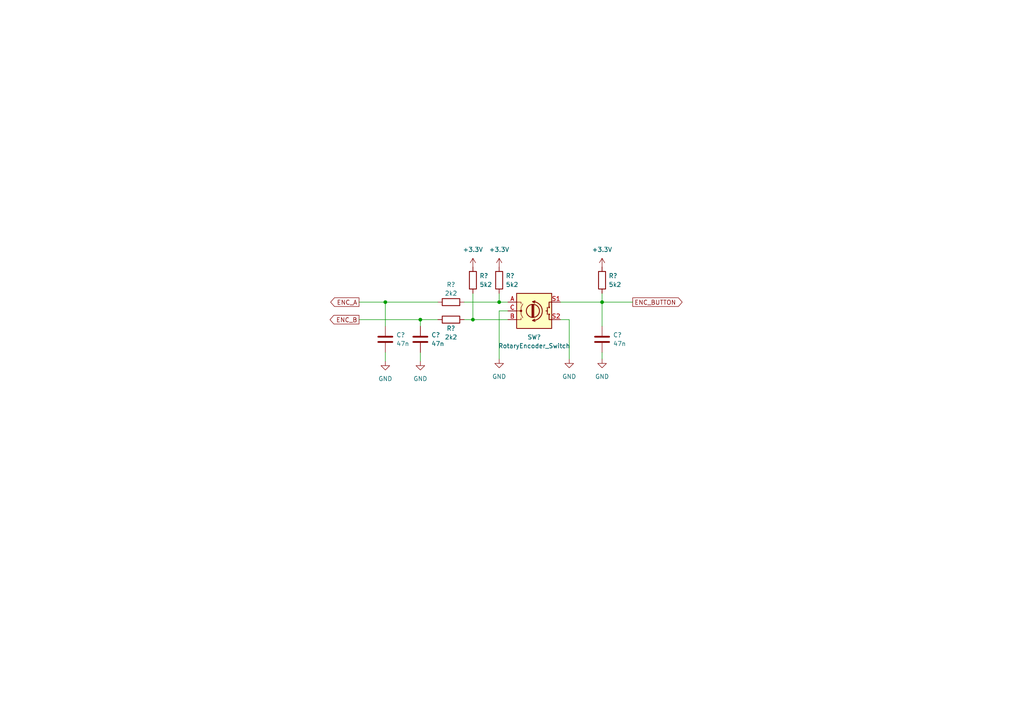
<source format=kicad_sch>
(kicad_sch (version 20211123) (generator eeschema)
  (paper "A4")
  (lib_symbols
    (symbol "Device:C" (pin_numbers hide) (pin_names (offset 0.254))
      (property "Reference" "C" (at 0.635 2.54 0))
      (property "Value" "C" (at 0.635 -2.54 0))
      (symbol "C_0_1"
        (polyline (pts (xy -2.032 -0.762) (xy 2.032 -0.762)) (stroke (width 0.508)))
        (polyline (pts (xy -2.032 0.762) (xy 2.032 0.762)) (stroke (width 0.508)))
      )
      (symbol "C_1_1"
        (pin passive line (at 0 3.81 270) (length 2.794) (name "~") (number "1"))
        (pin passive line (at 0 -3.81 90) (length 2.794) (name "~") (number "2"))
      )
    )
    (symbol "Device:R" (pin_numbers hide) (pin_names (offset 0))
      (property "Reference" "R" (at 2.032 0 90))
      (property "Value" "R" (at 0 0 90))
      (symbol "R_0_1"
        (rectangle (start -1.016 -2.54) (end 1.016 2.54) (stroke (width 0.254)))
      )
      (symbol "R_1_1"
        (pin passive line (at 0 3.81 270) (length 1.27) (name "~") (number "1"))
        (pin passive line (at 0 -3.81 90) (length 1.27) (name "~") (number "2"))
      )
    )
    (symbol "Device:RotaryEncoder_Switch" (pin_names (offset 0.254) hide)
      (property "Reference" "SW" (at 0 6.604 0))
      (property "Value" "RotaryEncoder_Switch" (at 0 -6.604 0))
      (symbol "RotaryEncoder_Switch_0_1"
        (rectangle (start -5.08 5.08) (end 5.08 -5.08) (stroke (width 0.254)) (fill (type background)))
        (circle (center -3.81 0) (radius 0.254) (fill (type outline)))
        (arc (start -0.381 -2.794) (mid 2.3622 -0.0508) (end -0.381 2.667) (stroke (width 0.254)))
        (circle (center -0.381 0) (radius 1.905) (stroke (width 0.254)))
        (polyline (pts (xy -0.635 -1.778) (xy -0.635 1.778)) (stroke (width 0.254)))
        (polyline (pts (xy -0.381 -1.778) (xy -0.381 1.778)) (stroke (width 0.254)))
        (polyline (pts (xy -0.127 1.778) (xy -0.127 -1.778)) (stroke (width 0.254)))
        (polyline (pts (xy 3.81 0) (xy 3.429 0)) (stroke (width 0.254)))
        (polyline (pts (xy 3.81 1.016) (xy 3.81 -1.016)) (stroke (width 0.254)))
        (polyline (pts (xy -5.08 -2.54) (xy -3.81 -2.54) (xy -3.81 -2.032)))
        (polyline (pts (xy -5.08 2.54) (xy -3.81 2.54) (xy -3.81 2.032)))
        (polyline (pts (xy 0.254 -3.048) (xy -0.508 -2.794) (xy 0.127 -2.413)) (stroke (width 0.254)))
        (polyline (pts (xy 0.254 2.921) (xy -0.508 2.667) (xy 0.127 2.286)) (stroke (width 0.254)))
        (polyline (pts (xy 5.08 -2.54) (xy 4.318 -2.54) (xy 4.318 -1.016)) (stroke (width 0.254)))
        (polyline (pts (xy 5.08 2.54) (xy 4.318 2.54) (xy 4.318 1.016)) (stroke (width 0.254)))
        (polyline (pts (xy -5.08 0) (xy -3.81 0) (xy -3.81 -1.016) (xy -3.302 -2.032)))
        (polyline (pts (xy -4.318 0) (xy -3.81 0) (xy -3.81 1.016) (xy -3.302 2.032)))
        (circle (center 4.318 -1.016) (radius 0.127) (stroke (width 0.254)))
        (circle (center 4.318 1.016) (radius 0.127) (stroke (width 0.254)))
      )
      (symbol "RotaryEncoder_Switch_1_1"
        (pin passive line (at -7.62 2.54 0) (length 2.54) (name "A") (number "A"))
        (pin passive line (at -7.62 -2.54 0) (length 2.54) (name "B") (number "B"))
        (pin passive line (at -7.62 0 0) (length 2.54) (name "C") (number "C"))
        (pin passive line (at 7.62 2.54 180) (length 2.54) (name "S1") (number "S1"))
        (pin passive line (at 7.62 -2.54 180) (length 2.54) (name "S2") (number "S2"))
      )
    )
    (symbol "power:+3.3V" (power) (pin_names (offset 0))
      (property "Value" "+3.3V" (at 0 3.556 0))
      (symbol "+3.3V_0_1"
        (polyline (pts (xy -0.762 1.27) (xy 0 2.54)))
        (polyline (pts (xy 0 0) (xy 0 2.54)))
        (polyline (pts (xy 0 2.54) (xy 0.762 1.27)))
      )
      (symbol "+3.3V_1_1"
        (pin power_in line (at 0 0 90) (length 0) hide (name "+3.3V") (number "1"))
      )
    )
    (symbol "power:GND" (power) (pin_names (offset 0))
      (property "Value" "GND" (at 0 -3.81 0))
      (symbol "GND_0_1"
        (polyline (pts (xy 0 0) (xy 0 -1.27) (xy 1.27 -1.27) (xy 0 -2.54) (xy -1.27 -1.27) (xy 0 -1.27)))
      )
      (symbol "GND_1_1"
        (pin power_in line (at 0 0 270) (length 0) hide (name "GND") (number "1"))
      )
    )
  )
  (junction (at 121.92 92.71))
  (junction (at 144.78 87.63))
  (junction (at 111.76 87.63))
  (junction (at 137.16 92.71))
  (junction (at 174.625 87.63))
  (wire (pts (xy 104.14 87.63) (xy 111.76 87.63)))
  (wire (pts (xy 162.56 92.71) (xy 165.1 92.71)))
  (wire (pts (xy 147.32 87.63) (xy 144.78 87.63)))
  (wire (pts (xy 144.78 104.14) (xy 144.78 90.17)))
  (wire (pts (xy 147.32 92.71) (xy 137.16 92.71)))
  (wire (pts (xy 174.625 85.09) (xy 174.625 87.63)))
  (wire (pts (xy 121.92 102.235) (xy 121.92 104.775)))
  (wire (pts (xy 165.1 92.71) (xy 165.1 104.14)))
  (wire (pts (xy 111.76 94.615) (xy 111.76 87.63)))
  (wire (pts (xy 144.78 90.17) (xy 147.32 90.17)))
  (wire (pts (xy 121.92 92.71) (xy 127 92.71)))
  (wire (pts (xy 134.62 92.71) (xy 137.16 92.71)))
  (wire (pts (xy 111.76 87.63) (xy 127 87.63)))
  (wire (pts (xy 121.92 94.615) (xy 121.92 92.71)))
  (wire (pts (xy 137.16 85.09) (xy 137.16 92.71)))
  (wire (pts (xy 111.76 102.235) (xy 111.76 104.775)))
  (wire (pts (xy 174.625 87.63) (xy 183.515 87.63)))
  (wire (pts (xy 174.625 87.63) (xy 174.625 94.615)))
  (wire (pts (xy 174.625 102.235) (xy 174.625 104.14)))
  (wire (pts (xy 144.78 87.63) (xy 144.78 85.09)))
  (wire (pts (xy 104.14 92.71) (xy 121.92 92.71)))
  (wire (pts (xy 162.56 87.63) (xy 174.625 87.63)))
  (wire (pts (xy 134.62 87.63) (xy 144.78 87.63)))
  (global_label "ENC_B" (shape output) (at 104.14 92.71 180) (property "Intersheet References" "${INTERSHEET_REFS}" (effects hide)))
  (global_label "ENC_BUTTON" (shape output) (at 183.515 87.63 0) (property "Intersheet References" "${INTERSHEET_REFS}" (effects hide)))
  (global_label "ENC_A" (shape output) (at 104.14 87.63 180) (property "Intersheet References" "${INTERSHEET_REFS}" (effects hide)))
  (symbol (lib_id "power:GND") (at 121.92 104.775 0) (unit 1)
    (property "Reference" "#PWR?" (effects hide))
    (property "Value" "GND" (at 121.92 109.855 0))
  )
  (symbol (lib_id "power:GND") (at 165.1 104.14 0) (unit 1)
    (property "Reference" "#PWR?" (effects hide))
    (property "Value" "GND" (at 165.1 109.22 0))
  )
  (symbol (lib_id "power:GND") (at 111.76 104.775 0) (unit 1)
    (property "Reference" "#PWR?" (effects hide))
    (property "Value" "GND" (at 111.76 109.855 0))
  )
  (symbol (lib_id "Device:R") (at 144.78 81.28 0) (unit 1)
    (property "Reference" "R?" (at 146.685 80.0099 0) (effects (justify left)))
    (property "Value" "5k2" (at 146.685 82.5499 0) (effects (justify left)))
  )
  (symbol (lib_id "Device:RotaryEncoder_Switch") (at 154.94 90.17 0) (unit 1)
    (property "Reference" "SW?" (at 154.94 97.79 0))
    (property "Value" "RotaryEncoder_Switch" (at 154.94 100.33 0))
  )
  (symbol (lib_id "Device:R") (at 174.625 81.28 0) (unit 1)
    (property "Reference" "R?" (at 176.53 80.0099 0) (effects (justify left)))
    (property "Value" "5k2" (at 176.53 82.5499 0) (effects (justify left)))
  )
  (symbol (lib_id "Device:R") (at 137.16 81.28 0) (unit 1)
    (property "Reference" "R?" (at 139.065 80.0099 0) (effects (justify left)))
    (property "Value" "5k2" (at 139.065 82.5499 0) (effects (justify left)))
  )
  (symbol (lib_id "power:+3.3V") (at 144.78 77.47 0) (unit 1)
    (property "Reference" "#PWR?" (effects hide))
    (property "Value" "+3.3V" (at 144.78 72.39 0))
  )
  (symbol (lib_id "power:+3.3V") (at 174.625 77.47 0) (unit 1)
    (property "Reference" "#PWR?" (effects hide))
    (property "Value" "+3.3V" (at 174.625 72.39 0))
  )
  (symbol (lib_id "power:+3.3V") (at 137.16 77.47 0) (unit 1)
    (property "Reference" "#PWR?" (effects hide))
    (property "Value" "+3.3V" (at 137.16 72.39 0))
  )
  (symbol (lib_id "Device:C") (at 121.92 98.425 0) (unit 1)
    (property "Reference" "C?" (at 125.095 97.1549 0) (effects (justify left)))
    (property "Value" "47n" (at 125.095 99.6949 0) (effects (justify left)))
  )
  (symbol (lib_id "Device:R") (at 130.81 92.71 90) (unit 1)
    (property "Reference" "R?" (at 130.81 95.25 90))
    (property "Value" "2k2" (at 130.81 97.79 90))
  )
  (symbol (lib_id "power:GND") (at 174.625 104.14 0) (unit 1)
    (property "Reference" "#PWR?" (effects hide))
    (property "Value" "GND" (at 174.625 109.22 0))
  )
  (symbol (lib_id "Device:C") (at 174.625 98.425 0) (unit 1)
    (property "Reference" "C?" (at 177.8 97.1549 0) (effects (justify left)))
    (property "Value" "47n" (at 177.8 99.6949 0) (effects (justify left)))
  )
  (symbol (lib_id "power:GND") (at 144.78 104.14 0) (unit 1)
    (property "Reference" "#PWR?" (effects hide))
    (property "Value" "GND" (at 144.78 109.22 0))
  )
  (symbol (lib_id "Device:C") (at 111.76 98.425 0) (unit 1)
    (property "Reference" "C?" (at 114.935 97.1549 0) (effects (justify left)))
    (property "Value" "47n" (at 114.935 99.6949 0) (effects (justify left)))
  )
  (symbol (lib_id "Device:R") (at 130.81 87.63 90) (unit 1)
    (property "Reference" "R?" (at 130.81 82.55 90))
    (property "Value" "2k2" (at 130.81 85.09 90))
  )
)
</source>
